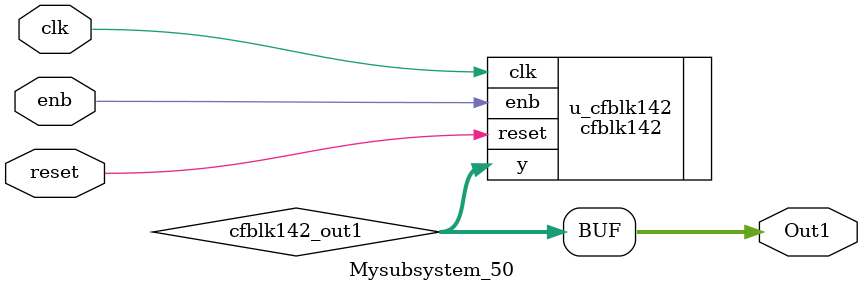
<source format=v>



`timescale 1 ns / 1 ns

module Mysubsystem_50
          (clk,
           reset,
           enb,
           Out1);


  input   clk;
  input   reset;
  input   enb;
  output  [7:0] Out1;  // uint8


  wire [7:0] cfblk142_out1;  // uint8


  cfblk142 u_cfblk142 (.clk(clk),
                       .reset(reset),
                       .enb(enb),
                       .y(cfblk142_out1)  // uint8
                       );

  assign Out1 = cfblk142_out1;

endmodule  // Mysubsystem_50


</source>
